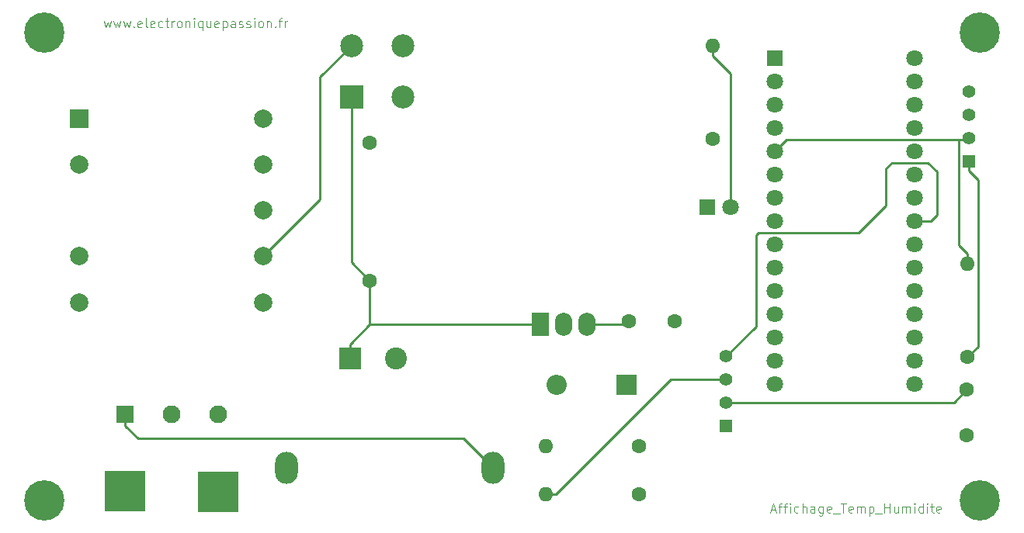
<source format=gbr>
%TF.GenerationSoftware,KiCad,Pcbnew,(6.0.7)*%
%TF.CreationDate,2022-10-25T14:44:23+02:00*%
%TF.ProjectId,Affichage_Temp_Humidite,41666669-6368-4616-9765-5f54656d705f,rev?*%
%TF.SameCoordinates,PX4692680PY2625a00*%
%TF.FileFunction,Copper,L1,Top*%
%TF.FilePolarity,Positive*%
%FSLAX46Y46*%
G04 Gerber Fmt 4.6, Leading zero omitted, Abs format (unit mm)*
G04 Created by KiCad (PCBNEW (6.0.7)) date 2022-10-25 14:44:23*
%MOMM*%
%LPD*%
G01*
G04 APERTURE LIST*
%ADD10C,0.100000*%
%TA.AperFunction,NonConductor*%
%ADD11C,0.100000*%
%TD*%
%TA.AperFunction,ComponentPad*%
%ADD12C,1.600000*%
%TD*%
%TA.AperFunction,ComponentPad*%
%ADD13O,1.600000X1.600000*%
%TD*%
%TA.AperFunction,WasherPad*%
%ADD14C,4.400000*%
%TD*%
%TA.AperFunction,ComponentPad*%
%ADD15R,2.500000X2.500000*%
%TD*%
%TA.AperFunction,ComponentPad*%
%ADD16C,2.500000*%
%TD*%
%TA.AperFunction,ComponentPad*%
%ADD17R,2.200000X2.200000*%
%TD*%
%TA.AperFunction,ComponentPad*%
%ADD18O,2.200000X2.200000*%
%TD*%
%TA.AperFunction,ComponentPad*%
%ADD19O,2.500000X3.500000*%
%TD*%
%TA.AperFunction,ComponentPad*%
%ADD20R,2.000000X2.000000*%
%TD*%
%TA.AperFunction,ComponentPad*%
%ADD21C,2.000000*%
%TD*%
%TA.AperFunction,ComponentPad*%
%ADD22R,1.800000X1.800000*%
%TD*%
%TA.AperFunction,ComponentPad*%
%ADD23C,1.800000*%
%TD*%
%TA.AperFunction,ComponentPad*%
%ADD24R,1.398000X1.398000*%
%TD*%
%TA.AperFunction,ComponentPad*%
%ADD25C,1.398000*%
%TD*%
%TA.AperFunction,ComponentPad*%
%ADD26R,2.400000X2.400000*%
%TD*%
%TA.AperFunction,ComponentPad*%
%ADD27C,2.400000*%
%TD*%
%TA.AperFunction,WasherPad*%
%ADD28R,4.400000X4.400000*%
%TD*%
%TA.AperFunction,ComponentPad*%
%ADD29R,1.900000X2.500000*%
%TD*%
%TA.AperFunction,ComponentPad*%
%ADD30O,1.900000X2.500000*%
%TD*%
%TA.AperFunction,ComponentPad*%
%ADD31R,1.950000X1.950000*%
%TD*%
%TA.AperFunction,ComponentPad*%
%ADD32C,1.950000*%
%TD*%
%TA.AperFunction,Conductor*%
%ADD33C,0.250000*%
%TD*%
G04 APERTURE END LIST*
D10*
D11*
X81761904Y-54566666D02*
X82238095Y-54566666D01*
X81666666Y-54852380D02*
X82000000Y-53852380D01*
X82333333Y-54852380D01*
X82523809Y-54185714D02*
X82904761Y-54185714D01*
X82666666Y-54852380D02*
X82666666Y-53995238D01*
X82714285Y-53900000D01*
X82809523Y-53852380D01*
X82904761Y-53852380D01*
X83095238Y-54185714D02*
X83476190Y-54185714D01*
X83238095Y-54852380D02*
X83238095Y-53995238D01*
X83285714Y-53900000D01*
X83380952Y-53852380D01*
X83476190Y-53852380D01*
X83809523Y-54852380D02*
X83809523Y-54185714D01*
X83809523Y-53852380D02*
X83761904Y-53900000D01*
X83809523Y-53947619D01*
X83857142Y-53900000D01*
X83809523Y-53852380D01*
X83809523Y-53947619D01*
X84714285Y-54804761D02*
X84619047Y-54852380D01*
X84428571Y-54852380D01*
X84333333Y-54804761D01*
X84285714Y-54757142D01*
X84238095Y-54661904D01*
X84238095Y-54376190D01*
X84285714Y-54280952D01*
X84333333Y-54233333D01*
X84428571Y-54185714D01*
X84619047Y-54185714D01*
X84714285Y-54233333D01*
X85142857Y-54852380D02*
X85142857Y-53852380D01*
X85571428Y-54852380D02*
X85571428Y-54328571D01*
X85523809Y-54233333D01*
X85428571Y-54185714D01*
X85285714Y-54185714D01*
X85190476Y-54233333D01*
X85142857Y-54280952D01*
X86476190Y-54852380D02*
X86476190Y-54328571D01*
X86428571Y-54233333D01*
X86333333Y-54185714D01*
X86142857Y-54185714D01*
X86047619Y-54233333D01*
X86476190Y-54804761D02*
X86380952Y-54852380D01*
X86142857Y-54852380D01*
X86047619Y-54804761D01*
X86000000Y-54709523D01*
X86000000Y-54614285D01*
X86047619Y-54519047D01*
X86142857Y-54471428D01*
X86380952Y-54471428D01*
X86476190Y-54423809D01*
X87380952Y-54185714D02*
X87380952Y-54995238D01*
X87333333Y-55090476D01*
X87285714Y-55138095D01*
X87190476Y-55185714D01*
X87047619Y-55185714D01*
X86952380Y-55138095D01*
X87380952Y-54804761D02*
X87285714Y-54852380D01*
X87095238Y-54852380D01*
X87000000Y-54804761D01*
X86952380Y-54757142D01*
X86904761Y-54661904D01*
X86904761Y-54376190D01*
X86952380Y-54280952D01*
X87000000Y-54233333D01*
X87095238Y-54185714D01*
X87285714Y-54185714D01*
X87380952Y-54233333D01*
X88238095Y-54804761D02*
X88142857Y-54852380D01*
X87952380Y-54852380D01*
X87857142Y-54804761D01*
X87809523Y-54709523D01*
X87809523Y-54328571D01*
X87857142Y-54233333D01*
X87952380Y-54185714D01*
X88142857Y-54185714D01*
X88238095Y-54233333D01*
X88285714Y-54328571D01*
X88285714Y-54423809D01*
X87809523Y-54519047D01*
X88476190Y-54947619D02*
X89238095Y-54947619D01*
X89333333Y-53852380D02*
X89904761Y-53852380D01*
X89619047Y-54852380D02*
X89619047Y-53852380D01*
X90619047Y-54804761D02*
X90523809Y-54852380D01*
X90333333Y-54852380D01*
X90238095Y-54804761D01*
X90190476Y-54709523D01*
X90190476Y-54328571D01*
X90238095Y-54233333D01*
X90333333Y-54185714D01*
X90523809Y-54185714D01*
X90619047Y-54233333D01*
X90666666Y-54328571D01*
X90666666Y-54423809D01*
X90190476Y-54519047D01*
X91095238Y-54852380D02*
X91095238Y-54185714D01*
X91095238Y-54280952D02*
X91142857Y-54233333D01*
X91238095Y-54185714D01*
X91380952Y-54185714D01*
X91476190Y-54233333D01*
X91523809Y-54328571D01*
X91523809Y-54852380D01*
X91523809Y-54328571D02*
X91571428Y-54233333D01*
X91666666Y-54185714D01*
X91809523Y-54185714D01*
X91904761Y-54233333D01*
X91952380Y-54328571D01*
X91952380Y-54852380D01*
X92428571Y-54185714D02*
X92428571Y-55185714D01*
X92428571Y-54233333D02*
X92523809Y-54185714D01*
X92714285Y-54185714D01*
X92809523Y-54233333D01*
X92857142Y-54280952D01*
X92904761Y-54376190D01*
X92904761Y-54661904D01*
X92857142Y-54757142D01*
X92809523Y-54804761D01*
X92714285Y-54852380D01*
X92523809Y-54852380D01*
X92428571Y-54804761D01*
X93095238Y-54947619D02*
X93857142Y-54947619D01*
X94095238Y-54852380D02*
X94095238Y-53852380D01*
X94095238Y-54328571D02*
X94666666Y-54328571D01*
X94666666Y-54852380D02*
X94666666Y-53852380D01*
X95571428Y-54185714D02*
X95571428Y-54852380D01*
X95142857Y-54185714D02*
X95142857Y-54709523D01*
X95190476Y-54804761D01*
X95285714Y-54852380D01*
X95428571Y-54852380D01*
X95523809Y-54804761D01*
X95571428Y-54757142D01*
X96047619Y-54852380D02*
X96047619Y-54185714D01*
X96047619Y-54280952D02*
X96095238Y-54233333D01*
X96190476Y-54185714D01*
X96333333Y-54185714D01*
X96428571Y-54233333D01*
X96476190Y-54328571D01*
X96476190Y-54852380D01*
X96476190Y-54328571D02*
X96523809Y-54233333D01*
X96619047Y-54185714D01*
X96761904Y-54185714D01*
X96857142Y-54233333D01*
X96904761Y-54328571D01*
X96904761Y-54852380D01*
X97380952Y-54852380D02*
X97380952Y-54185714D01*
X97380952Y-53852380D02*
X97333333Y-53900000D01*
X97380952Y-53947619D01*
X97428571Y-53900000D01*
X97380952Y-53852380D01*
X97380952Y-53947619D01*
X98285714Y-54852380D02*
X98285714Y-53852380D01*
X98285714Y-54804761D02*
X98190476Y-54852380D01*
X98000000Y-54852380D01*
X97904761Y-54804761D01*
X97857142Y-54757142D01*
X97809523Y-54661904D01*
X97809523Y-54376190D01*
X97857142Y-54280952D01*
X97904761Y-54233333D01*
X98000000Y-54185714D01*
X98190476Y-54185714D01*
X98285714Y-54233333D01*
X98761904Y-54852380D02*
X98761904Y-54185714D01*
X98761904Y-53852380D02*
X98714285Y-53900000D01*
X98761904Y-53947619D01*
X98809523Y-53900000D01*
X98761904Y-53852380D01*
X98761904Y-53947619D01*
X99095238Y-54185714D02*
X99476190Y-54185714D01*
X99238095Y-53852380D02*
X99238095Y-54709523D01*
X99285714Y-54804761D01*
X99380952Y-54852380D01*
X99476190Y-54852380D01*
X100190476Y-54804761D02*
X100095238Y-54852380D01*
X99904761Y-54852380D01*
X99809523Y-54804761D01*
X99761904Y-54709523D01*
X99761904Y-54328571D01*
X99809523Y-54233333D01*
X99904761Y-54185714D01*
X100095238Y-54185714D01*
X100190476Y-54233333D01*
X100238095Y-54328571D01*
X100238095Y-54423809D01*
X99761904Y-54519047D01*
D10*
D11*
X8993809Y-1225714D02*
X9184285Y-1892380D01*
X9374761Y-1416190D01*
X9565238Y-1892380D01*
X9755714Y-1225714D01*
X10041428Y-1225714D02*
X10231904Y-1892380D01*
X10422380Y-1416190D01*
X10612857Y-1892380D01*
X10803333Y-1225714D01*
X11089047Y-1225714D02*
X11279523Y-1892380D01*
X11469999Y-1416190D01*
X11660476Y-1892380D01*
X11850952Y-1225714D01*
X12231904Y-1797142D02*
X12279523Y-1844761D01*
X12231904Y-1892380D01*
X12184285Y-1844761D01*
X12231904Y-1797142D01*
X12231904Y-1892380D01*
X13089047Y-1844761D02*
X12993809Y-1892380D01*
X12803333Y-1892380D01*
X12708095Y-1844761D01*
X12660476Y-1749523D01*
X12660476Y-1368571D01*
X12708095Y-1273333D01*
X12803333Y-1225714D01*
X12993809Y-1225714D01*
X13089047Y-1273333D01*
X13136666Y-1368571D01*
X13136666Y-1463809D01*
X12660476Y-1559047D01*
X13708095Y-1892380D02*
X13612857Y-1844761D01*
X13565238Y-1749523D01*
X13565238Y-892380D01*
X14469999Y-1844761D02*
X14374761Y-1892380D01*
X14184285Y-1892380D01*
X14089047Y-1844761D01*
X14041428Y-1749523D01*
X14041428Y-1368571D01*
X14089047Y-1273333D01*
X14184285Y-1225714D01*
X14374761Y-1225714D01*
X14469999Y-1273333D01*
X14517619Y-1368571D01*
X14517619Y-1463809D01*
X14041428Y-1559047D01*
X15374761Y-1844761D02*
X15279523Y-1892380D01*
X15089047Y-1892380D01*
X14993809Y-1844761D01*
X14946190Y-1797142D01*
X14898571Y-1701904D01*
X14898571Y-1416190D01*
X14946190Y-1320952D01*
X14993809Y-1273333D01*
X15089047Y-1225714D01*
X15279523Y-1225714D01*
X15374761Y-1273333D01*
X15660476Y-1225714D02*
X16041428Y-1225714D01*
X15803333Y-892380D02*
X15803333Y-1749523D01*
X15850952Y-1844761D01*
X15946190Y-1892380D01*
X16041428Y-1892380D01*
X16374761Y-1892380D02*
X16374761Y-1225714D01*
X16374761Y-1416190D02*
X16422380Y-1320952D01*
X16469999Y-1273333D01*
X16565238Y-1225714D01*
X16660476Y-1225714D01*
X17136666Y-1892380D02*
X17041428Y-1844761D01*
X16993809Y-1797142D01*
X16946190Y-1701904D01*
X16946190Y-1416190D01*
X16993809Y-1320952D01*
X17041428Y-1273333D01*
X17136666Y-1225714D01*
X17279523Y-1225714D01*
X17374761Y-1273333D01*
X17422380Y-1320952D01*
X17470000Y-1416190D01*
X17470000Y-1701904D01*
X17422380Y-1797142D01*
X17374761Y-1844761D01*
X17279523Y-1892380D01*
X17136666Y-1892380D01*
X17898571Y-1225714D02*
X17898571Y-1892380D01*
X17898571Y-1320952D02*
X17946190Y-1273333D01*
X18041428Y-1225714D01*
X18184285Y-1225714D01*
X18279523Y-1273333D01*
X18327142Y-1368571D01*
X18327142Y-1892380D01*
X18803333Y-1892380D02*
X18803333Y-1225714D01*
X18803333Y-892380D02*
X18755714Y-940000D01*
X18803333Y-987619D01*
X18850952Y-940000D01*
X18803333Y-892380D01*
X18803333Y-987619D01*
X19708095Y-1225714D02*
X19708095Y-2225714D01*
X19708095Y-1844761D02*
X19612857Y-1892380D01*
X19422380Y-1892380D01*
X19327142Y-1844761D01*
X19279523Y-1797142D01*
X19231904Y-1701904D01*
X19231904Y-1416190D01*
X19279523Y-1320952D01*
X19327142Y-1273333D01*
X19422380Y-1225714D01*
X19612857Y-1225714D01*
X19708095Y-1273333D01*
X20612857Y-1225714D02*
X20612857Y-1892380D01*
X20184285Y-1225714D02*
X20184285Y-1749523D01*
X20231904Y-1844761D01*
X20327142Y-1892380D01*
X20470000Y-1892380D01*
X20565238Y-1844761D01*
X20612857Y-1797142D01*
X21470000Y-1844761D02*
X21374761Y-1892380D01*
X21184285Y-1892380D01*
X21089047Y-1844761D01*
X21041428Y-1749523D01*
X21041428Y-1368571D01*
X21089047Y-1273333D01*
X21184285Y-1225714D01*
X21374761Y-1225714D01*
X21470000Y-1273333D01*
X21517619Y-1368571D01*
X21517619Y-1463809D01*
X21041428Y-1559047D01*
X21946190Y-1225714D02*
X21946190Y-2225714D01*
X21946190Y-1273333D02*
X22041428Y-1225714D01*
X22231904Y-1225714D01*
X22327142Y-1273333D01*
X22374761Y-1320952D01*
X22422380Y-1416190D01*
X22422380Y-1701904D01*
X22374761Y-1797142D01*
X22327142Y-1844761D01*
X22231904Y-1892380D01*
X22041428Y-1892380D01*
X21946190Y-1844761D01*
X23279523Y-1892380D02*
X23279523Y-1368571D01*
X23231904Y-1273333D01*
X23136666Y-1225714D01*
X22946190Y-1225714D01*
X22850952Y-1273333D01*
X23279523Y-1844761D02*
X23184285Y-1892380D01*
X22946190Y-1892380D01*
X22850952Y-1844761D01*
X22803333Y-1749523D01*
X22803333Y-1654285D01*
X22850952Y-1559047D01*
X22946190Y-1511428D01*
X23184285Y-1511428D01*
X23279523Y-1463809D01*
X23708095Y-1844761D02*
X23803333Y-1892380D01*
X23993809Y-1892380D01*
X24089047Y-1844761D01*
X24136666Y-1749523D01*
X24136666Y-1701904D01*
X24089047Y-1606666D01*
X23993809Y-1559047D01*
X23850952Y-1559047D01*
X23755714Y-1511428D01*
X23708095Y-1416190D01*
X23708095Y-1368571D01*
X23755714Y-1273333D01*
X23850952Y-1225714D01*
X23993809Y-1225714D01*
X24089047Y-1273333D01*
X24517619Y-1844761D02*
X24612857Y-1892380D01*
X24803333Y-1892380D01*
X24898571Y-1844761D01*
X24946190Y-1749523D01*
X24946190Y-1701904D01*
X24898571Y-1606666D01*
X24803333Y-1559047D01*
X24660476Y-1559047D01*
X24565238Y-1511428D01*
X24517619Y-1416190D01*
X24517619Y-1368571D01*
X24565238Y-1273333D01*
X24660476Y-1225714D01*
X24803333Y-1225714D01*
X24898571Y-1273333D01*
X25374761Y-1892380D02*
X25374761Y-1225714D01*
X25374761Y-892380D02*
X25327142Y-940000D01*
X25374761Y-987619D01*
X25422380Y-940000D01*
X25374761Y-892380D01*
X25374761Y-987619D01*
X25993809Y-1892380D02*
X25898571Y-1844761D01*
X25850952Y-1797142D01*
X25803333Y-1701904D01*
X25803333Y-1416190D01*
X25850952Y-1320952D01*
X25898571Y-1273333D01*
X25993809Y-1225714D01*
X26136666Y-1225714D01*
X26231904Y-1273333D01*
X26279523Y-1320952D01*
X26327142Y-1416190D01*
X26327142Y-1701904D01*
X26279523Y-1797142D01*
X26231904Y-1844761D01*
X26136666Y-1892380D01*
X25993809Y-1892380D01*
X26755714Y-1225714D02*
X26755714Y-1892380D01*
X26755714Y-1320952D02*
X26803333Y-1273333D01*
X26898571Y-1225714D01*
X27041428Y-1225714D01*
X27136666Y-1273333D01*
X27184285Y-1368571D01*
X27184285Y-1892380D01*
X27660476Y-1797142D02*
X27708095Y-1844761D01*
X27660476Y-1892380D01*
X27612857Y-1844761D01*
X27660476Y-1797142D01*
X27660476Y-1892380D01*
X27993809Y-1225714D02*
X28374761Y-1225714D01*
X28136666Y-1892380D02*
X28136666Y-1035238D01*
X28184285Y-940000D01*
X28279523Y-892380D01*
X28374761Y-892380D01*
X28708095Y-1892380D02*
X28708095Y-1225714D01*
X28708095Y-1416190D02*
X28755714Y-1320952D01*
X28803333Y-1273333D01*
X28898571Y-1225714D01*
X28993809Y-1225714D01*
D12*
%TO.P,R2,1*%
%TO.N,+5v*%
X103140000Y-37900000D03*
D13*
%TO.P,R2,2*%
%TO.N,Net-(A1-Pad5)*%
X103140000Y-27740000D03*
%TD*%
D14*
%TO.P,REF\u002A\u002A,*%
%TO.N,*%
X2500000Y-53500000D03*
%TD*%
D12*
%TO.P,R4,1*%
%TO.N,+5v*%
X67320000Y-52820000D03*
D13*
%TO.P,R4,2*%
%TO.N,SCL*%
X57160000Y-52820000D03*
%TD*%
D15*
%TO.P,D1,1,+*%
%TO.N,Net-(C1-Pad1)*%
X35960300Y-9492400D03*
D16*
%TO.P,D1,2*%
%TO.N,Net-(D1-Pad2)*%
X41560300Y-9492400D03*
%TO.P,D1,3,-*%
%TO.N,GND*%
X41560300Y-3892400D03*
%TO.P,D1,4*%
%TO.N,Net-(D1-Pad4)*%
X35960300Y-3892400D03*
%TD*%
D12*
%TO.P,C2,1*%
%TO.N,Net-(C1-Pad1)*%
X37940000Y-29540000D03*
%TO.P,C2,2*%
%TO.N,GND*%
X37940000Y-14540000D03*
%TD*%
D17*
%TO.P,D3,1,K*%
%TO.N,+7\u002C4v*%
X65990000Y-40880000D03*
D18*
%TO.P,D3,2,A*%
%TO.N,Net-(C3-Pad1)*%
X58370000Y-40880000D03*
%TD*%
D12*
%TO.P,R1,1*%
%TO.N,Net-(C3-Pad1)*%
X75400000Y-14080000D03*
D13*
%TO.P,R1,2*%
%TO.N,Net-(D2-Pad2)*%
X75400000Y-3920000D03*
%TD*%
D14*
%TO.P,REF\u002A\u002A,*%
%TO.N,*%
X104500000Y-53500000D03*
%TD*%
D19*
%TO.P,F1,1*%
%TO.N,Net-(F1-Pad1)*%
X28880000Y-49960000D03*
%TO.P,F1,2*%
%TO.N,Net-(F1-Pad2)*%
X51380000Y-49960000D03*
%TD*%
D14*
%TO.P,REF\u002A\u002A,*%
%TO.N,*%
X104500000Y-2500000D03*
%TD*%
D12*
%TO.P,R3,1*%
%TO.N,+5v*%
X67280000Y-47600000D03*
D13*
%TO.P,R3,2*%
%TO.N,SDA*%
X57120000Y-47600000D03*
%TD*%
D20*
%TO.P,TR1,1*%
%TO.N,Net-(J1-Pad3)*%
X6300000Y-11900000D03*
D21*
%TO.P,TR1,2*%
%TO.N,N/C*%
X6300000Y-16900000D03*
%TO.P,TR1,4*%
X6300000Y-26900000D03*
%TO.P,TR1,5*%
%TO.N,Net-(F1-Pad1)*%
X6300000Y-31900000D03*
%TO.P,TR1,6*%
%TO.N,N/C*%
X26300000Y-31900000D03*
%TO.P,TR1,7*%
%TO.N,Net-(D1-Pad4)*%
X26300000Y-26900000D03*
%TO.P,TR1,8*%
%TO.N,N/C*%
X26300000Y-21900000D03*
%TO.P,TR1,9*%
%TO.N,Net-(D1-Pad2)*%
X26300000Y-16900000D03*
%TO.P,TR1,10*%
%TO.N,N/C*%
X26300000Y-11900000D03*
%TD*%
D22*
%TO.P,D2,1,K*%
%TO.N,GND*%
X74800000Y-21500000D03*
D23*
%TO.P,D2,2,A*%
%TO.N,Net-(D2-Pad2)*%
X77340000Y-21500000D03*
%TD*%
D24*
%TO.P,J3,1,1*%
%TO.N,GND*%
X76830000Y-45410000D03*
D25*
%TO.P,J3,2,2*%
%TO.N,+5v*%
X76830000Y-42870000D03*
%TO.P,J3,3,3*%
%TO.N,SCL*%
X76830000Y-40330000D03*
%TO.P,J3,4,4*%
%TO.N,SDA*%
X76830000Y-37790000D03*
%TD*%
D26*
%TO.P,C1,1*%
%TO.N,Net-(C1-Pad1)*%
X35800000Y-38000000D03*
D27*
%TO.P,C1,2*%
%TO.N,GND*%
X40800000Y-38000000D03*
%TD*%
D12*
%TO.P,C3,1*%
%TO.N,Net-(C3-Pad1)*%
X66230000Y-33970000D03*
%TO.P,C3,2*%
%TO.N,GND*%
X71230000Y-33970000D03*
%TD*%
D14*
%TO.P,REF\u002A\u002A,*%
%TO.N,*%
X2500000Y-2500000D03*
%TD*%
D22*
%TO.P,A1,1,D1/TX*%
%TO.N,unconnected-(A1-Pad1)*%
X82135000Y-5230000D03*
D23*
%TO.P,A1,2,D0/RX*%
%TO.N,unconnected-(A1-Pad2)*%
X82135000Y-7770000D03*
%TO.P,A1,3,~{RESET}*%
%TO.N,unconnected-(A1-Pad3)*%
X82135000Y-10310000D03*
%TO.P,A1,4,GND*%
%TO.N,GND*%
X82135000Y-12850000D03*
%TO.P,A1,5,D2*%
%TO.N,Net-(A1-Pad5)*%
X82135000Y-15390000D03*
%TO.P,A1,6,D3*%
%TO.N,GND*%
X82135000Y-17930000D03*
%TO.P,A1,7,D4*%
X82135000Y-20470000D03*
%TO.P,A1,8,D5*%
X82135000Y-23010000D03*
%TO.P,A1,9,D6*%
X82135000Y-25550000D03*
%TO.P,A1,10,D7*%
X82135000Y-28090000D03*
%TO.P,A1,11,D8*%
X82135000Y-30630000D03*
%TO.P,A1,12,D9*%
X82135000Y-33170000D03*
%TO.P,A1,13,D10*%
X82135000Y-35710000D03*
%TO.P,A1,14,D11*%
X82135000Y-38250000D03*
%TO.P,A1,15,D12*%
X82135000Y-40790000D03*
%TO.P,A1,16,D13*%
%TO.N,unconnected-(A1-Pad16)*%
X97375000Y-40790000D03*
%TO.P,A1,17,3V3*%
%TO.N,unconnected-(A1-Pad17)*%
X97375000Y-38250000D03*
%TO.P,A1,18,AREF*%
%TO.N,unconnected-(A1-Pad18)*%
X97375000Y-35710000D03*
%TO.P,A1,19,A0*%
%TO.N,GND*%
X97375000Y-33170000D03*
%TO.P,A1,20,A1*%
X97375000Y-30630000D03*
%TO.P,A1,21,A2*%
X97375000Y-28090000D03*
%TO.P,A1,22,A3*%
X97375000Y-25550000D03*
%TO.P,A1,23,A4*%
%TO.N,SDA*%
X97375000Y-23010000D03*
%TO.P,A1,24,A5*%
%TO.N,SCL*%
X97375000Y-20470000D03*
%TO.P,A1,25,A6*%
%TO.N,GND*%
X97375000Y-17930000D03*
%TO.P,A1,26,A7*%
X97375000Y-15390000D03*
%TO.P,A1,27,+5V*%
%TO.N,+5v*%
X97375000Y-12850000D03*
%TO.P,A1,28,~{RESET}*%
%TO.N,unconnected-(A1-Pad28)*%
X97375000Y-10310000D03*
%TO.P,A1,29,GND*%
%TO.N,GND*%
X97375000Y-7770000D03*
%TO.P,A1,30,VIN*%
%TO.N,+7\u002C4v*%
X97375000Y-5230000D03*
%TD*%
D28*
%TO.P,REF\u002A\u002A,*%
%TO.N,*%
X21440000Y-52600000D03*
%TD*%
D12*
%TO.P,C4,1*%
%TO.N,GND*%
X103080000Y-46450000D03*
%TO.P,C4,2*%
%TO.N,+5v*%
X103080000Y-41450000D03*
%TD*%
D24*
%TO.P,J2,1,1*%
%TO.N,+5v*%
X103280000Y-16560000D03*
D25*
%TO.P,J2,2,2*%
%TO.N,Net-(A1-Pad5)*%
X103280000Y-14020000D03*
%TO.P,J2,3,3*%
%TO.N,unconnected-(J2-Pad3)*%
X103280000Y-11480000D03*
%TO.P,J2,4,4*%
%TO.N,GND*%
X103280000Y-8940000D03*
%TD*%
D28*
%TO.P,REF\u002A\u002A,*%
%TO.N,*%
X11280000Y-52540000D03*
%TD*%
D29*
%TO.P,U1,1,VI*%
%TO.N,Net-(C1-Pad1)*%
X56550000Y-34270000D03*
D30*
%TO.P,U1,2,GND*%
%TO.N,GND*%
X59090000Y-34270000D03*
%TO.P,U1,3,VO*%
%TO.N,Net-(C3-Pad1)*%
X61630000Y-34270000D03*
%TD*%
D31*
%TO.P,J1,1,Pin_1*%
%TO.N,Net-(F1-Pad2)*%
X11300000Y-44170000D03*
D32*
%TO.P,J1,2,Pin_2*%
%TO.N,unconnected-(J1-Pad2)*%
X16380000Y-44170000D03*
%TO.P,J1,3,Pin_3*%
%TO.N,Net-(J1-Pad3)*%
X21460000Y-44170000D03*
%TD*%
D33*
%TO.N,Net-(A1-Pad5)*%
X103180000Y-14120000D02*
X103280000Y-14020000D01*
X102205100Y-14120000D02*
X103180000Y-14120000D01*
X103140000Y-27740000D02*
X103140000Y-26614700D01*
X82135000Y-15390000D02*
X83405000Y-14120000D01*
X83405000Y-14120000D02*
X102205100Y-14120000D01*
X102205100Y-25679800D02*
X103140000Y-26614700D01*
X102205100Y-14120000D02*
X102205100Y-25679800D01*
%TO.N,SDA*%
X99790000Y-22390000D02*
X99170000Y-23010000D01*
X80400000Y-24300000D02*
X91260000Y-24300000D01*
X80090000Y-24610000D02*
X80400000Y-24300000D01*
X76830000Y-37790000D02*
X80090000Y-34530000D01*
X99790000Y-17670000D02*
X99790000Y-22390000D01*
X98780000Y-16660000D02*
X99790000Y-17670000D01*
X94240000Y-17320000D02*
X94900000Y-16660000D01*
X80090000Y-34530000D02*
X80090000Y-24610000D01*
X91260000Y-24300000D02*
X94240000Y-21320000D01*
X99170000Y-23010000D02*
X97375000Y-23010000D01*
X94900000Y-16660000D02*
X98780000Y-16660000D01*
X94240000Y-21320000D02*
X94240000Y-17320000D01*
%TO.N,SCL*%
X58285300Y-52820000D02*
X70775300Y-40330000D01*
X57160000Y-52820000D02*
X58285300Y-52820000D01*
X70775300Y-40330000D02*
X76830000Y-40330000D01*
%TO.N,+5v*%
X103140000Y-37900000D02*
X104292300Y-36747700D01*
X103080000Y-41450000D02*
X101660000Y-42870000D01*
X103280000Y-16560000D02*
X103280000Y-17584300D01*
X104292300Y-36747700D02*
X104292300Y-18596600D01*
X101660000Y-42870000D02*
X76830000Y-42870000D01*
X104292300Y-18596600D02*
X103280000Y-17584300D01*
%TO.N,Net-(C1-Pad1)*%
X35800000Y-36474700D02*
X37940000Y-34334700D01*
X35960300Y-27560300D02*
X35960300Y-9492400D01*
X56550000Y-34270000D02*
X37940000Y-34270000D01*
X35800000Y-38000000D02*
X35800000Y-36474700D01*
X37940000Y-34334700D02*
X37940000Y-34270000D01*
X37940000Y-29540000D02*
X35960300Y-27560300D01*
X37940000Y-34270000D02*
X37940000Y-29540000D01*
%TO.N,Net-(C3-Pad1)*%
X65930000Y-34270000D02*
X66230000Y-33970000D01*
X61630000Y-34270000D02*
X65930000Y-34270000D01*
%TO.N,Net-(D1-Pad4)*%
X26300000Y-26900000D02*
X32534000Y-20666000D01*
X32534000Y-20666000D02*
X32534000Y-7318700D01*
X32534000Y-7318700D02*
X35960300Y-3892400D01*
%TO.N,Net-(D2-Pad2)*%
X77340000Y-6985300D02*
X75400000Y-5045300D01*
X75400000Y-3920000D02*
X75400000Y-5045300D01*
X77340000Y-21500000D02*
X77340000Y-6985300D01*
%TO.N,Net-(F1-Pad2)*%
X11300000Y-45400000D02*
X12690000Y-46790000D01*
X12690000Y-46790000D02*
X48210000Y-46790000D01*
X48210000Y-46790000D02*
X51380000Y-49960000D01*
X11300000Y-44170000D02*
X11300000Y-45400000D01*
%TD*%
M02*

</source>
